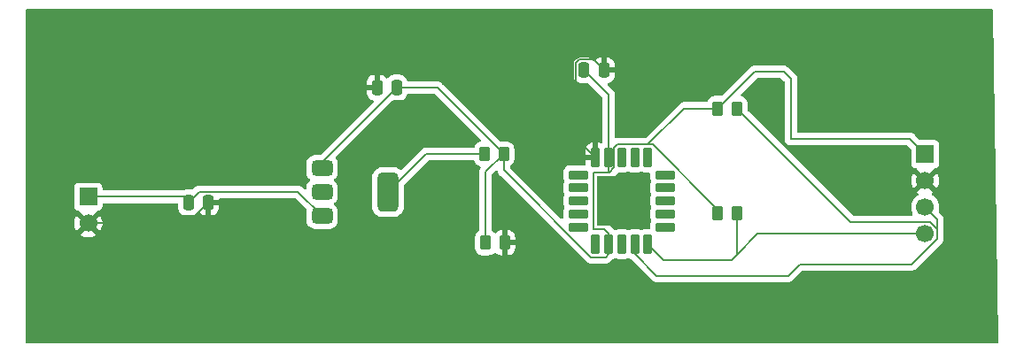
<source format=gbr>
%TF.GenerationSoftware,KiCad,Pcbnew,9.0.6*%
%TF.CreationDate,2026-01-29T23:50:48-08:00*%
%TF.ProjectId,PCB Warm-up,50434220-5761-4726-9d2d-75702e6b6963,rev?*%
%TF.SameCoordinates,Original*%
%TF.FileFunction,Copper,L1,Top*%
%TF.FilePolarity,Positive*%
%FSLAX46Y46*%
G04 Gerber Fmt 4.6, Leading zero omitted, Abs format (unit mm)*
G04 Created by KiCad (PCBNEW 9.0.6) date 2026-01-29 23:50:48*
%MOMM*%
%LPD*%
G01*
G04 APERTURE LIST*
G04 Aperture macros list*
%AMRoundRect*
0 Rectangle with rounded corners*
0 $1 Rounding radius*
0 $2 $3 $4 $5 $6 $7 $8 $9 X,Y pos of 4 corners*
0 Add a 4 corners polygon primitive as box body*
4,1,4,$2,$3,$4,$5,$6,$7,$8,$9,$2,$3,0*
0 Add four circle primitives for the rounded corners*
1,1,$1+$1,$2,$3*
1,1,$1+$1,$4,$5*
1,1,$1+$1,$6,$7*
1,1,$1+$1,$8,$9*
0 Add four rect primitives between the rounded corners*
20,1,$1+$1,$2,$3,$4,$5,0*
20,1,$1+$1,$4,$5,$6,$7,0*
20,1,$1+$1,$6,$7,$8,$9,0*
20,1,$1+$1,$8,$9,$2,$3,0*%
G04 Aperture macros list end*
%TA.AperFunction,SMDPad,CuDef*%
%ADD10RoundRect,0.250000X-0.262500X-0.450000X0.262500X-0.450000X0.262500X0.450000X-0.262500X0.450000X0*%
%TD*%
%TA.AperFunction,SMDPad,CuDef*%
%ADD11RoundRect,0.375000X-0.625000X-0.375000X0.625000X-0.375000X0.625000X0.375000X-0.625000X0.375000X0*%
%TD*%
%TA.AperFunction,SMDPad,CuDef*%
%ADD12RoundRect,0.500000X-0.500000X-1.400000X0.500000X-1.400000X0.500000X1.400000X-0.500000X1.400000X0*%
%TD*%
%TA.AperFunction,SMDPad,CuDef*%
%ADD13RoundRect,0.212500X-0.737500X-0.212500X0.737500X-0.212500X0.737500X0.212500X-0.737500X0.212500X0*%
%TD*%
%TA.AperFunction,SMDPad,CuDef*%
%ADD14RoundRect,0.212500X-0.212500X-0.737500X0.212500X-0.737500X0.212500X0.737500X-0.212500X0.737500X0*%
%TD*%
%TA.AperFunction,HeatsinkPad*%
%ADD15R,4.800000X4.800000*%
%TD*%
%TA.AperFunction,ComponentPad*%
%ADD16R,1.700000X1.700000*%
%TD*%
%TA.AperFunction,ComponentPad*%
%ADD17C,1.700000*%
%TD*%
%TA.AperFunction,SMDPad,CuDef*%
%ADD18RoundRect,0.250000X-0.250000X-0.475000X0.250000X-0.475000X0.250000X0.475000X-0.250000X0.475000X0*%
%TD*%
%TA.AperFunction,Conductor*%
%ADD19C,0.200000*%
%TD*%
G04 APERTURE END LIST*
D10*
%TO.P,R4,1*%
%TO.N,+3.3V*%
X161675000Y-103500000D03*
%TO.P,R4,2*%
%TO.N,Net-(J2-Pin_3)*%
X163500000Y-103500000D03*
%TD*%
%TO.P,R3,1*%
%TO.N,+3.3V*%
X161675000Y-113500000D03*
%TO.P,R3,2*%
%TO.N,Net-(J2-Pin_4)*%
X163500000Y-113500000D03*
%TD*%
%TO.P,R2,1*%
%TO.N,+3.3V*%
X139475000Y-116350000D03*
%TO.P,R2,2*%
%TO.N,GND*%
X141300000Y-116350000D03*
%TD*%
%TO.P,R1,1*%
%TO.N,Net-(U1-VO)*%
X139387500Y-107850000D03*
%TO.P,R1,2*%
%TO.N,+3.3V*%
X141212500Y-107850000D03*
%TD*%
D11*
%TO.P,U1,1,ADJ*%
%TO.N,+3.3V*%
X123850000Y-109200000D03*
%TO.P,U1,2,VO*%
%TO.N,Net-(U1-VO)*%
X123850000Y-111500000D03*
D12*
X130150000Y-111500000D03*
D11*
%TO.P,U1,3,VI*%
%TO.N,Net-(J1-Pin_1)*%
X123850000Y-113800000D03*
%TD*%
D13*
%TO.P,U2,1*%
%TO.N,N/C*%
X148350000Y-109850000D03*
%TO.P,U2,2*%
X148350000Y-111100000D03*
%TO.P,U2,3*%
X148350000Y-112350000D03*
%TO.P,U2,4*%
X148350000Y-113600000D03*
%TO.P,U2,5*%
X148350000Y-114850000D03*
D14*
%TO.P,U2,6,GND*%
%TO.N,GND*%
X150000000Y-116500000D03*
%TO.P,U2,7,VDD*%
%TO.N,+3.3V*%
X151250000Y-116500000D03*
%TO.P,U2,8*%
%TO.N,N/C*%
X152500000Y-116500000D03*
%TO.P,U2,9,SCL*%
%TO.N,Net-(J2-Pin_3)*%
X153750000Y-116500000D03*
%TO.P,U2,10,SDA*%
%TO.N,Net-(J2-Pin_4)*%
X155000000Y-116500000D03*
D13*
%TO.P,U2,11*%
%TO.N,N/C*%
X156650000Y-114850000D03*
%TO.P,U2,12*%
X156650000Y-113600000D03*
%TO.P,U2,13*%
X156650000Y-112350000D03*
%TO.P,U2,14*%
X156650000Y-111100000D03*
%TO.P,U2,15*%
X156650000Y-109850000D03*
D14*
%TO.P,U2,16*%
X155000000Y-108200000D03*
%TO.P,U2,17*%
X153750000Y-108200000D03*
%TO.P,U2,18*%
X152500000Y-108200000D03*
%TO.P,U2,19,VDD*%
%TO.N,+3.3V*%
X151250000Y-108200000D03*
%TO.P,U2,20,GND*%
%TO.N,GND*%
X150000000Y-108200000D03*
D15*
%TO.P,U2,21,GND*%
X152500000Y-112350000D03*
%TD*%
D16*
%TO.P,J2,1,Pin_1*%
%TO.N,+3.3V*%
X181500000Y-107880000D03*
D17*
%TO.P,J2,2,Pin_2*%
%TO.N,GND*%
X181500000Y-110420000D03*
%TO.P,J2,3,Pin_3*%
%TO.N,Net-(J2-Pin_3)*%
X181500000Y-112960000D03*
%TO.P,J2,4,Pin_4*%
%TO.N,Net-(J2-Pin_4)*%
X181500000Y-115500000D03*
%TD*%
D16*
%TO.P,J1,1,Pin_1*%
%TO.N,Net-(J1-Pin_1)*%
X101500000Y-111960000D03*
D17*
%TO.P,J1,2,Pin_2*%
%TO.N,GND*%
X101500000Y-114500000D03*
%TD*%
D18*
%TO.P,C3,1*%
%TO.N,+3.3V*%
X148900000Y-99850000D03*
%TO.P,C3,2*%
%TO.N,GND*%
X150800000Y-99850000D03*
%TD*%
%TO.P,C2,1*%
%TO.N,GND*%
X129100000Y-101500000D03*
%TO.P,C2,2*%
%TO.N,+3.3V*%
X131000000Y-101500000D03*
%TD*%
%TO.P,C1,1*%
%TO.N,Net-(J1-Pin_1)*%
X111100000Y-112500000D03*
%TO.P,C1,2*%
%TO.N,GND*%
X113000000Y-112500000D03*
%TD*%
D19*
%TO.N,Net-(J2-Pin_3)*%
X182651000Y-115976760D02*
X180207760Y-118420000D01*
X182651000Y-115023240D02*
X182651000Y-115976760D01*
X181976760Y-114349000D02*
X182651000Y-115023240D01*
X174349000Y-114349000D02*
X181976760Y-114349000D01*
X163500000Y-103500000D02*
X174349000Y-114349000D01*
%TO.N,Net-(J2-Pin_4)*%
X165500000Y-115500000D02*
X163500000Y-117500000D01*
X181500000Y-115500000D02*
X165500000Y-115500000D01*
%TO.N,+3.3V*%
X158449000Y-103500000D02*
X155000000Y-106949000D01*
X161675000Y-103500000D02*
X158449000Y-103500000D01*
X155431086Y-106949000D02*
X155000000Y-106949000D01*
X151250000Y-115452000D02*
X151250000Y-116500000D01*
X150849000Y-115051000D02*
X151250000Y-115452000D01*
X149799000Y-115051000D02*
X150849000Y-115051000D01*
X149799000Y-109649000D02*
X149799000Y-115051000D01*
X151281086Y-109649000D02*
X149799000Y-109649000D01*
X151774000Y-109156086D02*
X151281086Y-109649000D01*
X151774000Y-107243914D02*
X151774000Y-109156086D01*
X152068914Y-106949000D02*
X151774000Y-107243914D01*
X155000000Y-106949000D02*
X152068914Y-106949000D01*
X161675000Y-113192914D02*
X155431086Y-106949000D01*
X161675000Y-113500000D02*
X161675000Y-113192914D01*
%TO.N,Net-(J2-Pin_4)*%
X163000000Y-118000000D02*
X156500000Y-118000000D01*
X163500000Y-117500000D02*
X163000000Y-118000000D01*
X156500000Y-118000000D02*
X155000000Y-116500000D01*
X163500000Y-113500000D02*
X163500000Y-117500000D01*
%TO.N,Net-(J2-Pin_3)*%
X168420000Y-119500000D02*
X155800001Y-119500000D01*
%TO.N,+3.3V*%
X168000000Y-100000000D02*
X168676000Y-100676000D01*
X168676000Y-100676000D02*
X168676000Y-106419000D01*
X165175000Y-100000000D02*
X168000000Y-100000000D01*
X161675000Y-103500000D02*
X165175000Y-100000000D01*
X161204000Y-113029000D02*
X161675000Y-113500000D01*
X151250000Y-117449999D02*
X151250000Y-116500000D01*
X150948999Y-117751000D02*
X151250000Y-117449999D01*
X149568914Y-117751000D02*
X150948999Y-117751000D01*
X141212500Y-109394586D02*
X149568914Y-117751000D01*
X141212500Y-107850000D02*
X141212500Y-109394586D01*
%TO.N,GND*%
X149774000Y-98824000D02*
X150800000Y-99850000D01*
X148414840Y-98824000D02*
X149774000Y-98824000D01*
X148099000Y-106299000D02*
X148099000Y-99139840D01*
X148099000Y-99139840D02*
X148414840Y-98824000D01*
X150000000Y-108200000D02*
X148099000Y-106299000D01*
%TO.N,Net-(J1-Pin_1)*%
X121524000Y-111474000D02*
X123850000Y-113800000D01*
X112126000Y-111474000D02*
X121524000Y-111474000D01*
X111100000Y-112500000D02*
X112126000Y-111474000D01*
%TO.N,Net-(J2-Pin_3)*%
X182651000Y-114111000D02*
X181500000Y-112960000D01*
X169500000Y-118420000D02*
X180207760Y-118420000D01*
X182651000Y-115976760D02*
X182651000Y-114111000D01*
X155800001Y-119500000D02*
X153750000Y-117449999D01*
%TO.N,+3.3V*%
X150233086Y-109649000D02*
X151250000Y-109649000D01*
X149799000Y-109649000D02*
X150233086Y-109649000D01*
X151250000Y-109649000D02*
X151250000Y-108200000D01*
X151250000Y-102200000D02*
X151250000Y-108200000D01*
X148900000Y-99850000D02*
X151250000Y-102200000D01*
X139475000Y-109587500D02*
X141212500Y-107850000D01*
X139475000Y-116350000D02*
X139475000Y-109587500D01*
%TO.N,Net-(U1-VO)*%
X130150000Y-111500000D02*
X133800000Y-107850000D01*
X133800000Y-107850000D02*
X139387500Y-107850000D01*
%TO.N,+3.3V*%
X134862500Y-101500000D02*
X141212500Y-107850000D01*
X131000000Y-101500000D02*
X134862500Y-101500000D01*
X123850000Y-108650000D02*
X131000000Y-101500000D01*
X123850000Y-109200000D02*
X123850000Y-108650000D01*
%TO.N,GND*%
X111000000Y-114500000D02*
X113000000Y-112500000D01*
X101500000Y-114500000D02*
X111000000Y-114500000D01*
%TO.N,Net-(J1-Pin_1)*%
X110560000Y-111960000D02*
X111100000Y-112500000D01*
X101500000Y-111960000D02*
X110560000Y-111960000D01*
%TO.N,+3.3V*%
X151250000Y-108200000D02*
X151250000Y-107767914D01*
%TO.N,Net-(J2-Pin_3)*%
X168420000Y-119500000D02*
X169500000Y-118420000D01*
%TO.N,+3.3V*%
X180039000Y-106419000D02*
X181500000Y-107880000D01*
X168676000Y-106419000D02*
X180039000Y-106419000D01*
%TO.N,Net-(J2-Pin_3)*%
X153750000Y-117449999D02*
X153750000Y-116500000D01*
%TD*%
%TA.AperFunction,Conductor*%
%TO.N,GND*%
G36*
X154440099Y-109560943D02*
G01*
X154484117Y-109588095D01*
X154484120Y-109588096D01*
X154484122Y-109588097D01*
X154642337Y-109640524D01*
X154739987Y-109650500D01*
X155075500Y-109650499D01*
X155142539Y-109670183D01*
X155188294Y-109722987D01*
X155199500Y-109774499D01*
X155199500Y-110110004D01*
X155199501Y-110110023D01*
X155209475Y-110207662D01*
X155209476Y-110207665D01*
X155261902Y-110365875D01*
X155261906Y-110365884D01*
X155289058Y-110409904D01*
X155307498Y-110477296D01*
X155289058Y-110540096D01*
X155261906Y-110584115D01*
X155261902Y-110584124D01*
X155209476Y-110742335D01*
X155199500Y-110839979D01*
X155199500Y-111360005D01*
X155199501Y-111360023D01*
X155209475Y-111457662D01*
X155209476Y-111457665D01*
X155261902Y-111615875D01*
X155261906Y-111615884D01*
X155289058Y-111659904D01*
X155307498Y-111727296D01*
X155289058Y-111790096D01*
X155261906Y-111834115D01*
X155261902Y-111834124D01*
X155209476Y-111992335D01*
X155199500Y-112089979D01*
X155199500Y-112610005D01*
X155199501Y-112610023D01*
X155209475Y-112707662D01*
X155209476Y-112707665D01*
X155261902Y-112865875D01*
X155261906Y-112865884D01*
X155289058Y-112909904D01*
X155307498Y-112977296D01*
X155289058Y-113040096D01*
X155261906Y-113084115D01*
X155261902Y-113084124D01*
X155209476Y-113242335D01*
X155199500Y-113339979D01*
X155199500Y-113860005D01*
X155199501Y-113860023D01*
X155209475Y-113957662D01*
X155209476Y-113957665D01*
X155261902Y-114115875D01*
X155261906Y-114115884D01*
X155289058Y-114159904D01*
X155307498Y-114227296D01*
X155289058Y-114290096D01*
X155261906Y-114334115D01*
X155261902Y-114334124D01*
X155209476Y-114492335D01*
X155199500Y-114589979D01*
X155199500Y-114925500D01*
X155179815Y-114992539D01*
X155127011Y-115038294D01*
X155075500Y-115049500D01*
X154739995Y-115049500D01*
X154739976Y-115049501D01*
X154642337Y-115059475D01*
X154642334Y-115059476D01*
X154484124Y-115111902D01*
X154484115Y-115111906D01*
X154440096Y-115139058D01*
X154372704Y-115157498D01*
X154309904Y-115139058D01*
X154265884Y-115111906D01*
X154265879Y-115111904D01*
X154265878Y-115111903D01*
X154265875Y-115111902D01*
X154107664Y-115059476D01*
X154010014Y-115049500D01*
X153489994Y-115049500D01*
X153489976Y-115049501D01*
X153392337Y-115059475D01*
X153392334Y-115059476D01*
X153234124Y-115111902D01*
X153234115Y-115111906D01*
X153190096Y-115139058D01*
X153122704Y-115157498D01*
X153059904Y-115139058D01*
X153015884Y-115111906D01*
X153015879Y-115111904D01*
X153015878Y-115111903D01*
X153015875Y-115111902D01*
X152857664Y-115059476D01*
X152760014Y-115049500D01*
X152239994Y-115049500D01*
X152239976Y-115049501D01*
X152142337Y-115059475D01*
X152142334Y-115059476D01*
X151984124Y-115111902D01*
X151984115Y-115111906D01*
X151940096Y-115139058D01*
X151925074Y-115143168D01*
X151912131Y-115151829D01*
X151892064Y-115152200D01*
X151872704Y-115157498D01*
X151856879Y-115152851D01*
X151842274Y-115153122D01*
X151809903Y-115139058D01*
X151797299Y-115131284D01*
X151765878Y-115111903D01*
X151765877Y-115111902D01*
X151759842Y-115108180D01*
X151737389Y-115087908D01*
X151736267Y-115089031D01*
X151217717Y-114570481D01*
X151217712Y-114570477D01*
X151122529Y-114515524D01*
X151122528Y-114515523D01*
X151080790Y-114491425D01*
X151080789Y-114491424D01*
X151068263Y-114488067D01*
X150928057Y-114450499D01*
X150769943Y-114450499D01*
X150762347Y-114450499D01*
X150762331Y-114450500D01*
X150523500Y-114450500D01*
X150456461Y-114430815D01*
X150410706Y-114378011D01*
X150399500Y-114326500D01*
X150399500Y-110373500D01*
X150419185Y-110306461D01*
X150471989Y-110260706D01*
X150523500Y-110249500D01*
X151170943Y-110249500D01*
X151194417Y-110249500D01*
X151194433Y-110249501D01*
X151202029Y-110249501D01*
X151360140Y-110249501D01*
X151360143Y-110249501D01*
X151512871Y-110208577D01*
X151571892Y-110174501D01*
X151649802Y-110129520D01*
X151761606Y-110017716D01*
X151761607Y-110017714D01*
X152097461Y-109681859D01*
X152158782Y-109648376D01*
X152197741Y-109646184D01*
X152239987Y-109650500D01*
X152760012Y-109650499D01*
X152760020Y-109650498D01*
X152760023Y-109650498D01*
X152813489Y-109645036D01*
X152857663Y-109640524D01*
X153015878Y-109588097D01*
X153015880Y-109588095D01*
X153015882Y-109588095D01*
X153059901Y-109560943D01*
X153127293Y-109542501D01*
X153190099Y-109560943D01*
X153234117Y-109588095D01*
X153234120Y-109588096D01*
X153234122Y-109588097D01*
X153392337Y-109640524D01*
X153489987Y-109650500D01*
X154010012Y-109650499D01*
X154010020Y-109650498D01*
X154010023Y-109650498D01*
X154063489Y-109645036D01*
X154107663Y-109640524D01*
X154265878Y-109588097D01*
X154265880Y-109588095D01*
X154265882Y-109588095D01*
X154309901Y-109560943D01*
X154377293Y-109542501D01*
X154440099Y-109560943D01*
G37*
%TD.AperFunction*%
%TA.AperFunction,Conductor*%
G36*
X167766942Y-100620185D02*
G01*
X167787584Y-100636819D01*
X168039181Y-100888416D01*
X168072666Y-100949739D01*
X168075500Y-100976097D01*
X168075500Y-106339943D01*
X168075500Y-106498057D01*
X168110805Y-106629815D01*
X168116423Y-106650783D01*
X168116426Y-106650790D01*
X168195475Y-106787709D01*
X168195479Y-106787714D01*
X168195480Y-106787716D01*
X168307284Y-106899520D01*
X168307286Y-106899521D01*
X168307290Y-106899524D01*
X168362405Y-106931344D01*
X168444216Y-106978577D01*
X168596943Y-107019500D01*
X179738903Y-107019500D01*
X179805942Y-107039185D01*
X179826584Y-107055819D01*
X180113181Y-107342416D01*
X180146666Y-107403739D01*
X180149500Y-107430097D01*
X180149500Y-108777870D01*
X180149501Y-108777876D01*
X180155908Y-108837483D01*
X180206202Y-108972328D01*
X180206206Y-108972335D01*
X180292452Y-109087544D01*
X180292455Y-109087547D01*
X180407664Y-109173793D01*
X180407671Y-109173797D01*
X180430121Y-109182170D01*
X180542517Y-109224091D01*
X180602127Y-109230500D01*
X180612685Y-109230499D01*
X180679723Y-109250179D01*
X180700372Y-109266818D01*
X181370591Y-109937037D01*
X181307007Y-109954075D01*
X181192993Y-110019901D01*
X181099901Y-110112993D01*
X181034075Y-110227007D01*
X181017037Y-110290591D01*
X180384728Y-109658282D01*
X180384727Y-109658282D01*
X180345380Y-109712439D01*
X180248904Y-109901782D01*
X180183242Y-110103869D01*
X180183242Y-110103872D01*
X180150000Y-110313753D01*
X180150000Y-110526246D01*
X180183242Y-110736127D01*
X180183242Y-110736130D01*
X180248904Y-110938217D01*
X180345375Y-111127550D01*
X180384728Y-111181716D01*
X181017037Y-110549408D01*
X181034075Y-110612993D01*
X181099901Y-110727007D01*
X181192993Y-110820099D01*
X181307007Y-110885925D01*
X181370590Y-110902962D01*
X180738282Y-111535269D01*
X180738282Y-111535270D01*
X180792452Y-111574626D01*
X180792451Y-111574626D01*
X180801495Y-111579234D01*
X180852292Y-111627208D01*
X180869087Y-111695029D01*
X180846550Y-111761164D01*
X180801499Y-111800202D01*
X180792182Y-111804949D01*
X180620213Y-111929890D01*
X180469890Y-112080213D01*
X180344951Y-112252179D01*
X180248444Y-112441585D01*
X180182753Y-112643760D01*
X180149500Y-112853713D01*
X180149500Y-113066286D01*
X180182753Y-113276239D01*
X180182753Y-113276241D01*
X180182754Y-113276243D01*
X180248443Y-113478412D01*
X180293741Y-113567315D01*
X180294195Y-113568205D01*
X180307091Y-113636874D01*
X180280815Y-113701615D01*
X180223709Y-113741872D01*
X180183710Y-113748500D01*
X174649097Y-113748500D01*
X174582058Y-113728815D01*
X174561416Y-113712181D01*
X164549318Y-103700083D01*
X164515833Y-103638760D01*
X164512999Y-103612402D01*
X164512999Y-102999998D01*
X164512998Y-102999981D01*
X164502499Y-102897203D01*
X164502498Y-102897200D01*
X164457066Y-102760097D01*
X164447314Y-102730666D01*
X164355212Y-102581344D01*
X164231156Y-102457288D01*
X164081834Y-102365186D01*
X163955105Y-102323192D01*
X163897660Y-102283419D01*
X163870837Y-102218903D01*
X163883152Y-102150127D01*
X163906425Y-102117808D01*
X165387416Y-100636819D01*
X165448739Y-100603334D01*
X165475097Y-100600500D01*
X167699903Y-100600500D01*
X167766942Y-100620185D01*
G37*
%TD.AperFunction*%
%TA.AperFunction,Conductor*%
G36*
X187944961Y-94019685D02*
G01*
X187990716Y-94072489D01*
X188001907Y-94122063D01*
X188498032Y-125874063D01*
X188479397Y-125941402D01*
X188427314Y-125987976D01*
X188374047Y-126000000D01*
X95624000Y-126000000D01*
X95556961Y-125980315D01*
X95511206Y-125927511D01*
X95500000Y-125876000D01*
X95500000Y-111062135D01*
X100149500Y-111062135D01*
X100149500Y-112857870D01*
X100149501Y-112857876D01*
X100155908Y-112917483D01*
X100206202Y-113052328D01*
X100206206Y-113052335D01*
X100292452Y-113167544D01*
X100292455Y-113167547D01*
X100407664Y-113253793D01*
X100407671Y-113253797D01*
X100447135Y-113268516D01*
X100542517Y-113304091D01*
X100602127Y-113310500D01*
X100612685Y-113310499D01*
X100679723Y-113330179D01*
X100700372Y-113346818D01*
X101370591Y-114017037D01*
X101307007Y-114034075D01*
X101192993Y-114099901D01*
X101099901Y-114192993D01*
X101034075Y-114307007D01*
X101017037Y-114370591D01*
X100384728Y-113738282D01*
X100384727Y-113738282D01*
X100345380Y-113792439D01*
X100248904Y-113981782D01*
X100183242Y-114183869D01*
X100183242Y-114183872D01*
X100150000Y-114393753D01*
X100150000Y-114606246D01*
X100183242Y-114816127D01*
X100183242Y-114816130D01*
X100248904Y-115018217D01*
X100345375Y-115207550D01*
X100384728Y-115261716D01*
X101017037Y-114629408D01*
X101034075Y-114692993D01*
X101099901Y-114807007D01*
X101192993Y-114900099D01*
X101307007Y-114965925D01*
X101370590Y-114982962D01*
X100738282Y-115615269D01*
X100738282Y-115615270D01*
X100792449Y-115654624D01*
X100981782Y-115751095D01*
X101183870Y-115816757D01*
X101393754Y-115850000D01*
X101606246Y-115850000D01*
X101816127Y-115816757D01*
X101816130Y-115816757D01*
X102018217Y-115751095D01*
X102207554Y-115654622D01*
X102261716Y-115615270D01*
X102261717Y-115615270D01*
X101629408Y-114982962D01*
X101692993Y-114965925D01*
X101807007Y-114900099D01*
X101900099Y-114807007D01*
X101965925Y-114692993D01*
X101982962Y-114629408D01*
X102615270Y-115261717D01*
X102615270Y-115261716D01*
X102654622Y-115207554D01*
X102751095Y-115018217D01*
X102816757Y-114816130D01*
X102816757Y-114816127D01*
X102850000Y-114606246D01*
X102850000Y-114393753D01*
X102816757Y-114183872D01*
X102816757Y-114183869D01*
X102751095Y-113981782D01*
X102654624Y-113792449D01*
X102615270Y-113738282D01*
X102615269Y-113738282D01*
X101982962Y-114370590D01*
X101965925Y-114307007D01*
X101900099Y-114192993D01*
X101807007Y-114099901D01*
X101692993Y-114034075D01*
X101629409Y-114017037D01*
X102299627Y-113346818D01*
X102360950Y-113313333D01*
X102387307Y-113310499D01*
X102397872Y-113310499D01*
X102457483Y-113304091D01*
X102592331Y-113253796D01*
X102707546Y-113167546D01*
X102793796Y-113052331D01*
X102844091Y-112917483D01*
X102850500Y-112857873D01*
X102850500Y-112684500D01*
X102870185Y-112617461D01*
X102922989Y-112571706D01*
X102974500Y-112560500D01*
X109975501Y-112560500D01*
X110042540Y-112580185D01*
X110088295Y-112632989D01*
X110099501Y-112684500D01*
X110099501Y-113025018D01*
X110110000Y-113127796D01*
X110110001Y-113127799D01*
X110165185Y-113294331D01*
X110165187Y-113294336D01*
X110183765Y-113324455D01*
X110257288Y-113443656D01*
X110381344Y-113567712D01*
X110530666Y-113659814D01*
X110697203Y-113714999D01*
X110799991Y-113725500D01*
X111400008Y-113725499D01*
X111400016Y-113725498D01*
X111400019Y-113725498D01*
X111456302Y-113719748D01*
X111502797Y-113714999D01*
X111669334Y-113659814D01*
X111818656Y-113567712D01*
X111942712Y-113443656D01*
X111944752Y-113440347D01*
X111946745Y-113438555D01*
X111947193Y-113437989D01*
X111947289Y-113438065D01*
X111996694Y-113393623D01*
X112065656Y-113382395D01*
X112129740Y-113410234D01*
X112155829Y-113440339D01*
X112157681Y-113443341D01*
X112157683Y-113443344D01*
X112281654Y-113567315D01*
X112430875Y-113659356D01*
X112430880Y-113659358D01*
X112597302Y-113714505D01*
X112597309Y-113714506D01*
X112700019Y-113724999D01*
X113250000Y-113724999D01*
X113299972Y-113724999D01*
X113299986Y-113724998D01*
X113402697Y-113714505D01*
X113569119Y-113659358D01*
X113569124Y-113659356D01*
X113718345Y-113567315D01*
X113842315Y-113443345D01*
X113934356Y-113294124D01*
X113934358Y-113294119D01*
X113989505Y-113127697D01*
X113989506Y-113127690D01*
X113999999Y-113024986D01*
X114000000Y-113024973D01*
X114000000Y-112750000D01*
X113250000Y-112750000D01*
X113250000Y-113724999D01*
X112700019Y-113724999D01*
X112749999Y-113724998D01*
X112750000Y-113724998D01*
X112750000Y-112624000D01*
X112769685Y-112556961D01*
X112822489Y-112511206D01*
X112874000Y-112500000D01*
X113000000Y-112500000D01*
X113000000Y-112374000D01*
X113019685Y-112306961D01*
X113072489Y-112261206D01*
X113124000Y-112250000D01*
X113999999Y-112250000D01*
X113999999Y-112198500D01*
X114019684Y-112131461D01*
X114072488Y-112085706D01*
X114123999Y-112074500D01*
X121223903Y-112074500D01*
X121290942Y-112094185D01*
X121311584Y-112110819D01*
X122333591Y-113132827D01*
X122367076Y-113194150D01*
X122366245Y-113250431D01*
X122352401Y-113306100D01*
X122352401Y-113306105D01*
X122352400Y-113306111D01*
X122349640Y-113346818D01*
X122349500Y-113348879D01*
X122349500Y-114251122D01*
X122349501Y-114251125D01*
X122352399Y-114293886D01*
X122352399Y-114293887D01*
X122362406Y-114334124D01*
X122391347Y-114450499D01*
X122398360Y-114478696D01*
X122482967Y-114649292D01*
X122482969Y-114649295D01*
X122602277Y-114797721D01*
X122602278Y-114797722D01*
X122750704Y-114917030D01*
X122750707Y-114917032D01*
X122921302Y-115001639D01*
X122921303Y-115001639D01*
X122921307Y-115001641D01*
X123106111Y-115047600D01*
X123148877Y-115050500D01*
X124551122Y-115050499D01*
X124593889Y-115047600D01*
X124778693Y-115001641D01*
X124949296Y-114917030D01*
X125097722Y-114797722D01*
X125217030Y-114649296D01*
X125301641Y-114478693D01*
X125347600Y-114293889D01*
X125350500Y-114251123D01*
X125350499Y-113348878D01*
X125347600Y-113306111D01*
X125301641Y-113121307D01*
X125261364Y-113040096D01*
X125217032Y-112950707D01*
X125217030Y-112950704D01*
X125097722Y-112802278D01*
X125097721Y-112802277D01*
X125028514Y-112746647D01*
X124988595Y-112689304D01*
X124986015Y-112619482D01*
X125021594Y-112559349D01*
X125028514Y-112553353D01*
X125037909Y-112545800D01*
X125097722Y-112497722D01*
X125217030Y-112349296D01*
X125301641Y-112178693D01*
X125347600Y-111993889D01*
X125350500Y-111951123D01*
X125350499Y-111048878D01*
X125347600Y-111006111D01*
X125301641Y-110821307D01*
X125254873Y-110727007D01*
X125217032Y-110650707D01*
X125217030Y-110650704D01*
X125097722Y-110502278D01*
X125097721Y-110502277D01*
X125028514Y-110446647D01*
X124988595Y-110389304D01*
X124986015Y-110319482D01*
X125021594Y-110259349D01*
X125028514Y-110253353D01*
X125037909Y-110245800D01*
X125097722Y-110197722D01*
X125217030Y-110049296D01*
X125301641Y-109878693D01*
X125347600Y-109693889D01*
X125350500Y-109651123D01*
X125350499Y-108748878D01*
X125347600Y-108706111D01*
X125301641Y-108521307D01*
X125217030Y-108350704D01*
X125217029Y-108350703D01*
X125217029Y-108350702D01*
X125189357Y-108316277D01*
X125162699Y-108251693D01*
X125175190Y-108182949D01*
X125198321Y-108150912D01*
X130589138Y-102760095D01*
X130650459Y-102726612D01*
X130689421Y-102724420D01*
X130699991Y-102725500D01*
X131300008Y-102725499D01*
X131300016Y-102725498D01*
X131300019Y-102725498D01*
X131356302Y-102719748D01*
X131402797Y-102714999D01*
X131569334Y-102659814D01*
X131718656Y-102567712D01*
X131842712Y-102443656D01*
X131934814Y-102294334D01*
X131970879Y-102185494D01*
X132010652Y-102128051D01*
X132075167Y-102101228D01*
X132088585Y-102100500D01*
X134562403Y-102100500D01*
X134629442Y-102120185D01*
X134650084Y-102136819D01*
X138981070Y-106467805D01*
X139014555Y-106529128D01*
X139009571Y-106598820D01*
X138967699Y-106654753D01*
X138932394Y-106673192D01*
X138805666Y-106715186D01*
X138805663Y-106715187D01*
X138656342Y-106807289D01*
X138532289Y-106931342D01*
X138440187Y-107080663D01*
X138440185Y-107080668D01*
X138412405Y-107164504D01*
X138372632Y-107221949D01*
X138308116Y-107248772D01*
X138294699Y-107249500D01*
X133886670Y-107249500D01*
X133886654Y-107249499D01*
X133879058Y-107249499D01*
X133720943Y-107249499D01*
X133644579Y-107269961D01*
X133568214Y-107290423D01*
X133568209Y-107290426D01*
X133431290Y-107369475D01*
X133431282Y-107369481D01*
X131468289Y-109332474D01*
X131406966Y-109365959D01*
X131337274Y-109360975D01*
X131302248Y-109340895D01*
X131203412Y-109260305D01*
X131203408Y-109260303D01*
X131203407Y-109260302D01*
X131023049Y-109166091D01*
X131023048Y-109166090D01*
X131023045Y-109166089D01*
X130894903Y-109129424D01*
X130827418Y-109110114D01*
X130827415Y-109110113D01*
X130827413Y-109110113D01*
X130761102Y-109104217D01*
X130708037Y-109099500D01*
X130708032Y-109099500D01*
X129591971Y-109099500D01*
X129591965Y-109099500D01*
X129591964Y-109099501D01*
X129580316Y-109100536D01*
X129472584Y-109110113D01*
X129276954Y-109166089D01*
X129197264Y-109207716D01*
X129096593Y-109260302D01*
X129096591Y-109260303D01*
X129096590Y-109260304D01*
X128938890Y-109388890D01*
X128812464Y-109543941D01*
X128810302Y-109546593D01*
X128763196Y-109636772D01*
X128716089Y-109726954D01*
X128660114Y-109922583D01*
X128660113Y-109922586D01*
X128649500Y-110041966D01*
X128649500Y-112958028D01*
X128649501Y-112958034D01*
X128660113Y-113077415D01*
X128716089Y-113273045D01*
X128716090Y-113273048D01*
X128716091Y-113273049D01*
X128810302Y-113453407D01*
X128810304Y-113453409D01*
X128938890Y-113611109D01*
X129032803Y-113687684D01*
X129096593Y-113739698D01*
X129276951Y-113833909D01*
X129472582Y-113889886D01*
X129591963Y-113900500D01*
X130708036Y-113900499D01*
X130827418Y-113889886D01*
X131023049Y-113833909D01*
X131203407Y-113739698D01*
X131361109Y-113611109D01*
X131489698Y-113453407D01*
X131583909Y-113273049D01*
X131639886Y-113077418D01*
X131650500Y-112958037D01*
X131650499Y-110900096D01*
X131670184Y-110833058D01*
X131686813Y-110812421D01*
X134012417Y-108486819D01*
X134073740Y-108453334D01*
X134100098Y-108450500D01*
X138294699Y-108450500D01*
X138361738Y-108470185D01*
X138407493Y-108522989D01*
X138412403Y-108535492D01*
X138440186Y-108619334D01*
X138532288Y-108768656D01*
X138656344Y-108892712D01*
X138805666Y-108984814D01*
X138933815Y-109027278D01*
X138951833Y-109039753D01*
X138972127Y-109048039D01*
X138979996Y-109059251D01*
X138991259Y-109067049D01*
X138999673Y-109087288D01*
X139012265Y-109105229D01*
X139012823Y-109118916D01*
X139018082Y-109131565D01*
X139014218Y-109153139D01*
X139015112Y-109175041D01*
X139007456Y-109190903D01*
X139005767Y-109200341D01*
X139001770Y-109207716D01*
X138996411Y-109216852D01*
X138994480Y-109218784D01*
X138944360Y-109305595D01*
X138944202Y-109305866D01*
X138944149Y-109305959D01*
X138915425Y-109355709D01*
X138915424Y-109355710D01*
X138906533Y-109388891D01*
X138874499Y-109508443D01*
X138874499Y-109508445D01*
X138874499Y-109676546D01*
X138874500Y-109676559D01*
X138874500Y-115157491D01*
X138854815Y-115224530D01*
X138815598Y-115263029D01*
X138743844Y-115307287D01*
X138619789Y-115431342D01*
X138527687Y-115580663D01*
X138527685Y-115580668D01*
X138504214Y-115651500D01*
X138472501Y-115747203D01*
X138472501Y-115747204D01*
X138472500Y-115747204D01*
X138462000Y-115849983D01*
X138462000Y-116850001D01*
X138462001Y-116850019D01*
X138472500Y-116952796D01*
X138472501Y-116952799D01*
X138527615Y-117119119D01*
X138527686Y-117119334D01*
X138619788Y-117268656D01*
X138743844Y-117392712D01*
X138893166Y-117484814D01*
X139059703Y-117539999D01*
X139162491Y-117550500D01*
X139787508Y-117550499D01*
X139787516Y-117550498D01*
X139787519Y-117550498D01*
X139843802Y-117544748D01*
X139890297Y-117539999D01*
X140056834Y-117484814D01*
X140206156Y-117392712D01*
X140300175Y-117298692D01*
X140361494Y-117265210D01*
X140431186Y-117270194D01*
X140475534Y-117298695D01*
X140569154Y-117392315D01*
X140718375Y-117484356D01*
X140718380Y-117484358D01*
X140884802Y-117539505D01*
X140884809Y-117539506D01*
X140987519Y-117549999D01*
X141550000Y-117549999D01*
X141612472Y-117549999D01*
X141612486Y-117549998D01*
X141715197Y-117539505D01*
X141881619Y-117484358D01*
X141881624Y-117484356D01*
X142030845Y-117392315D01*
X142154815Y-117268345D01*
X142246856Y-117119124D01*
X142246858Y-117119119D01*
X142302005Y-116952697D01*
X142302006Y-116952690D01*
X142312499Y-116849986D01*
X142312500Y-116849973D01*
X142312500Y-116600000D01*
X141550000Y-116600000D01*
X141550000Y-117549999D01*
X140987519Y-117549999D01*
X141049999Y-117549998D01*
X141050000Y-117549998D01*
X141050000Y-116100000D01*
X141550000Y-116100000D01*
X142312499Y-116100000D01*
X142312499Y-115850028D01*
X142312498Y-115850013D01*
X142302005Y-115747302D01*
X142246858Y-115580880D01*
X142246856Y-115580875D01*
X142154815Y-115431654D01*
X142030845Y-115307684D01*
X141881624Y-115215643D01*
X141881619Y-115215641D01*
X141715197Y-115160494D01*
X141715190Y-115160493D01*
X141612486Y-115150000D01*
X141550000Y-115150000D01*
X141550000Y-116100000D01*
X141050000Y-116100000D01*
X141050000Y-115150000D01*
X141049999Y-115149999D01*
X140987528Y-115150000D01*
X140987511Y-115150001D01*
X140884802Y-115160494D01*
X140718380Y-115215641D01*
X140718375Y-115215643D01*
X140569157Y-115307682D01*
X140475534Y-115401305D01*
X140472743Y-115402828D01*
X140471085Y-115405538D01*
X140442284Y-115419459D01*
X140414210Y-115434789D01*
X140411041Y-115434562D01*
X140408179Y-115435946D01*
X140376429Y-115432087D01*
X140344519Y-115429805D01*
X140341026Y-115427784D01*
X140338820Y-115427516D01*
X140328690Y-115420646D01*
X140308718Y-115409089D01*
X140304269Y-115405401D01*
X140206156Y-115307288D01*
X140127034Y-115258485D01*
X140120365Y-115252957D01*
X140105483Y-115230877D01*
X140087678Y-115211081D01*
X140085407Y-115201090D01*
X140081315Y-115195018D01*
X140081026Y-115181809D01*
X140075500Y-115157491D01*
X140075500Y-109887597D01*
X140095185Y-109820558D01*
X140111819Y-109799916D01*
X140265551Y-109646184D01*
X140423382Y-109488352D01*
X140484703Y-109454869D01*
X140554394Y-109459853D01*
X140610328Y-109501724D01*
X140630835Y-109543939D01*
X140652923Y-109626371D01*
X140666854Y-109650500D01*
X140731977Y-109763298D01*
X140731981Y-109763303D01*
X140850849Y-109882171D01*
X140850855Y-109882176D01*
X149084053Y-118115374D01*
X149084063Y-118115385D01*
X149088393Y-118119715D01*
X149088394Y-118119716D01*
X149200198Y-118231520D01*
X149287009Y-118281639D01*
X149287011Y-118281641D01*
X149325065Y-118303611D01*
X149337129Y-118310577D01*
X149489857Y-118351501D01*
X149489860Y-118351501D01*
X149655567Y-118351501D01*
X149655583Y-118351500D01*
X150862330Y-118351500D01*
X150862346Y-118351501D01*
X150869942Y-118351501D01*
X151028053Y-118351501D01*
X151028056Y-118351501D01*
X151180784Y-118310577D01*
X151230903Y-118281639D01*
X151317715Y-118231520D01*
X151429519Y-118119716D01*
X151429519Y-118119714D01*
X151588449Y-117960783D01*
X151637122Y-117930761D01*
X151765878Y-117888097D01*
X151809901Y-117860942D01*
X151877292Y-117842501D01*
X151940097Y-117860942D01*
X151984118Y-117888095D01*
X151984119Y-117888095D01*
X151984122Y-117888097D01*
X152142337Y-117940524D01*
X152239987Y-117950500D01*
X152760012Y-117950499D01*
X152760020Y-117950498D01*
X152760023Y-117950498D01*
X152837653Y-117942568D01*
X152857663Y-117940524D01*
X153015878Y-117888097D01*
X153015880Y-117888095D01*
X153015882Y-117888095D01*
X153059901Y-117860943D01*
X153127293Y-117842501D01*
X153172262Y-117851840D01*
X153181546Y-117855667D01*
X153234122Y-117888097D01*
X153367061Y-117932148D01*
X153371133Y-117933827D01*
X153382017Y-117942568D01*
X153411552Y-117960786D01*
X155315140Y-119864374D01*
X155315150Y-119864385D01*
X155319480Y-119868715D01*
X155319481Y-119868716D01*
X155431285Y-119980520D01*
X155518096Y-120030639D01*
X155518098Y-120030641D01*
X155568214Y-120059576D01*
X155568216Y-120059577D01*
X155720943Y-120100500D01*
X155720944Y-120100500D01*
X168333331Y-120100500D01*
X168333347Y-120100501D01*
X168340943Y-120100501D01*
X168499054Y-120100501D01*
X168499057Y-120100501D01*
X168651785Y-120059577D01*
X168701904Y-120030639D01*
X168788716Y-119980520D01*
X168900520Y-119868716D01*
X168900520Y-119868714D01*
X168910728Y-119858507D01*
X168910729Y-119858504D01*
X169712417Y-119056819D01*
X169773740Y-119023334D01*
X169800098Y-119020500D01*
X180121091Y-119020500D01*
X180121107Y-119020501D01*
X180128703Y-119020501D01*
X180286814Y-119020501D01*
X180286817Y-119020501D01*
X180439545Y-118979577D01*
X180507361Y-118940423D01*
X180576476Y-118900520D01*
X180688280Y-118788716D01*
X180688280Y-118788714D01*
X180698484Y-118778511D01*
X180698488Y-118778506D01*
X183019713Y-116457281D01*
X183019716Y-116457280D01*
X183131520Y-116345476D01*
X183181639Y-116258664D01*
X183210577Y-116208545D01*
X183251500Y-116055817D01*
X183251500Y-115897703D01*
X183251500Y-114200060D01*
X183251501Y-114200047D01*
X183251501Y-114031945D01*
X183251501Y-114031943D01*
X183210577Y-113879215D01*
X183210576Y-113879214D01*
X183210576Y-113879212D01*
X183210575Y-113879211D01*
X183164592Y-113799567D01*
X183164591Y-113799565D01*
X183158735Y-113789423D01*
X183131520Y-113742284D01*
X183019716Y-113630480D01*
X183019713Y-113630478D01*
X182833757Y-113444522D01*
X182800272Y-113383199D01*
X182803507Y-113318523D01*
X182817246Y-113276243D01*
X182850500Y-113066287D01*
X182850500Y-112853713D01*
X182817246Y-112643757D01*
X182751557Y-112441588D01*
X182655051Y-112252184D01*
X182655049Y-112252181D01*
X182655048Y-112252179D01*
X182530109Y-112080213D01*
X182379786Y-111929890D01*
X182207817Y-111804949D01*
X182198504Y-111800204D01*
X182147707Y-111752230D01*
X182130912Y-111684409D01*
X182153449Y-111618274D01*
X182198507Y-111579232D01*
X182207555Y-111574622D01*
X182261716Y-111535270D01*
X182261717Y-111535270D01*
X181629408Y-110902962D01*
X181692993Y-110885925D01*
X181807007Y-110820099D01*
X181900099Y-110727007D01*
X181965925Y-110612993D01*
X181982962Y-110549408D01*
X182615270Y-111181717D01*
X182615270Y-111181716D01*
X182654622Y-111127554D01*
X182751095Y-110938217D01*
X182816757Y-110736130D01*
X182816757Y-110736127D01*
X182850000Y-110526246D01*
X182850000Y-110313753D01*
X182816757Y-110103872D01*
X182816757Y-110103869D01*
X182751095Y-109901782D01*
X182654624Y-109712449D01*
X182615270Y-109658282D01*
X182615269Y-109658282D01*
X181982962Y-110290590D01*
X181965925Y-110227007D01*
X181900099Y-110112993D01*
X181807007Y-110019901D01*
X181692993Y-109954075D01*
X181629409Y-109937037D01*
X182299627Y-109266818D01*
X182360950Y-109233333D01*
X182387307Y-109230499D01*
X182397872Y-109230499D01*
X182457483Y-109224091D01*
X182592331Y-109173796D01*
X182707546Y-109087546D01*
X182793796Y-108972331D01*
X182844091Y-108837483D01*
X182850500Y-108777873D01*
X182850499Y-106982128D01*
X182844091Y-106922517D01*
X182835515Y-106899524D01*
X182793797Y-106787671D01*
X182793793Y-106787664D01*
X182707547Y-106672455D01*
X182707544Y-106672452D01*
X182592335Y-106586206D01*
X182592328Y-106586202D01*
X182457482Y-106535908D01*
X182457483Y-106535908D01*
X182397883Y-106529501D01*
X182397881Y-106529500D01*
X182397873Y-106529500D01*
X182397865Y-106529500D01*
X181050097Y-106529500D01*
X180983058Y-106509815D01*
X180962416Y-106493181D01*
X180526590Y-106057355D01*
X180526588Y-106057352D01*
X180407717Y-105938481D01*
X180407716Y-105938480D01*
X180320904Y-105888360D01*
X180320904Y-105888359D01*
X180320900Y-105888358D01*
X180270785Y-105859423D01*
X180118057Y-105818499D01*
X179959943Y-105818499D01*
X179952347Y-105818499D01*
X179952331Y-105818500D01*
X169400500Y-105818500D01*
X169333461Y-105798815D01*
X169287706Y-105746011D01*
X169276500Y-105694500D01*
X169276500Y-100596945D01*
X169276500Y-100596943D01*
X169235577Y-100444216D01*
X169228691Y-100432289D01*
X169156524Y-100307290D01*
X169156521Y-100307286D01*
X169156520Y-100307284D01*
X169044716Y-100195480D01*
X169044715Y-100195479D01*
X169040385Y-100191149D01*
X169040374Y-100191139D01*
X168487590Y-99638355D01*
X168487588Y-99638352D01*
X168368717Y-99519481D01*
X168368716Y-99519480D01*
X168281904Y-99469360D01*
X168281904Y-99469359D01*
X168281900Y-99469358D01*
X168231785Y-99440423D01*
X168079057Y-99399499D01*
X167920943Y-99399499D01*
X167913347Y-99399499D01*
X167913331Y-99399500D01*
X165095940Y-99399500D01*
X165055019Y-99410464D01*
X165055019Y-99410465D01*
X165017751Y-99420451D01*
X164943214Y-99440423D01*
X164943209Y-99440426D01*
X164806290Y-99519475D01*
X164806282Y-99519481D01*
X164694478Y-99631286D01*
X162062582Y-102263181D01*
X162001259Y-102296666D01*
X161974901Y-102299500D01*
X161362498Y-102299500D01*
X161362480Y-102299501D01*
X161259703Y-102310000D01*
X161259700Y-102310001D01*
X161093168Y-102365185D01*
X161093163Y-102365187D01*
X160943842Y-102457289D01*
X160819789Y-102581342D01*
X160727687Y-102730663D01*
X160727685Y-102730668D01*
X160699905Y-102814504D01*
X160660132Y-102871949D01*
X160595616Y-102898772D01*
X160582199Y-102899500D01*
X158535670Y-102899500D01*
X158535654Y-102899499D01*
X158528058Y-102899499D01*
X158369943Y-102899499D01*
X158307873Y-102916131D01*
X158217214Y-102940423D01*
X158217209Y-102940426D01*
X158080290Y-103019475D01*
X158080282Y-103019481D01*
X154787584Y-106312181D01*
X154726261Y-106345666D01*
X154699903Y-106348500D01*
X151981729Y-106348500D01*
X151981729Y-106346996D01*
X151921639Y-106337619D01*
X151869388Y-106291234D01*
X151850500Y-106225451D01*
X151850500Y-102289059D01*
X151850501Y-102289046D01*
X151850501Y-102120945D01*
X151850501Y-102120943D01*
X151809577Y-101968215D01*
X151752131Y-101868716D01*
X151730520Y-101831284D01*
X151618716Y-101719480D01*
X151618713Y-101719478D01*
X151165367Y-101266132D01*
X151131882Y-101204809D01*
X151136866Y-101135117D01*
X151178738Y-101079184D01*
X151214044Y-101060745D01*
X151369119Y-101009358D01*
X151369124Y-101009356D01*
X151518345Y-100917315D01*
X151642315Y-100793345D01*
X151734356Y-100644124D01*
X151734358Y-100644119D01*
X151789505Y-100477697D01*
X151789506Y-100477690D01*
X151799999Y-100374986D01*
X151800000Y-100374973D01*
X151800000Y-100100000D01*
X150924000Y-100100000D01*
X150856961Y-100080315D01*
X150811206Y-100027511D01*
X150800000Y-99976000D01*
X150800000Y-99850000D01*
X150674000Y-99850000D01*
X150606961Y-99830315D01*
X150561206Y-99777511D01*
X150550000Y-99726000D01*
X150550000Y-99600000D01*
X151050000Y-99600000D01*
X151799999Y-99600000D01*
X151799999Y-99325028D01*
X151799998Y-99325013D01*
X151789505Y-99222302D01*
X151734358Y-99055880D01*
X151734356Y-99055875D01*
X151642315Y-98906654D01*
X151518345Y-98782684D01*
X151369124Y-98690643D01*
X151369119Y-98690641D01*
X151202697Y-98635494D01*
X151202690Y-98635493D01*
X151099986Y-98625000D01*
X151050000Y-98625000D01*
X151050000Y-99600000D01*
X150550000Y-99600000D01*
X150550000Y-98625000D01*
X150549999Y-98624999D01*
X150500029Y-98625000D01*
X150500011Y-98625001D01*
X150397302Y-98635494D01*
X150230880Y-98690641D01*
X150230875Y-98690643D01*
X150081654Y-98782684D01*
X149957683Y-98906655D01*
X149957679Y-98906660D01*
X149955826Y-98909665D01*
X149954018Y-98911290D01*
X149953202Y-98912323D01*
X149953025Y-98912183D01*
X149903874Y-98956385D01*
X149834911Y-98967601D01*
X149770831Y-98939752D01*
X149744753Y-98909653D01*
X149744737Y-98909628D01*
X149742712Y-98906344D01*
X149618656Y-98782288D01*
X149469334Y-98690186D01*
X149302797Y-98635001D01*
X149302795Y-98635000D01*
X149200010Y-98624500D01*
X148599998Y-98624500D01*
X148599980Y-98624501D01*
X148497203Y-98635000D01*
X148497200Y-98635001D01*
X148330668Y-98690185D01*
X148330663Y-98690187D01*
X148181342Y-98782289D01*
X148057289Y-98906342D01*
X147965187Y-99055663D01*
X147965185Y-99055668D01*
X147965115Y-99055880D01*
X147910001Y-99222203D01*
X147910001Y-99222204D01*
X147910000Y-99222204D01*
X147899500Y-99324983D01*
X147899500Y-100375001D01*
X147899501Y-100375019D01*
X147910000Y-100477796D01*
X147910001Y-100477799D01*
X147947100Y-100589755D01*
X147965186Y-100644334D01*
X148057288Y-100793656D01*
X148181344Y-100917712D01*
X148330666Y-101009814D01*
X148497203Y-101064999D01*
X148599991Y-101075500D01*
X149200008Y-101075499D01*
X149210576Y-101074419D01*
X149279268Y-101087187D01*
X149310861Y-101110096D01*
X150613181Y-102412416D01*
X150646666Y-102473739D01*
X150649500Y-102500097D01*
X150649500Y-106684988D01*
X150629815Y-106752027D01*
X150577011Y-106797782D01*
X150507853Y-106807726D01*
X150486497Y-106802694D01*
X150357563Y-106759970D01*
X150259980Y-106750000D01*
X150250000Y-106750000D01*
X150250000Y-108076000D01*
X150230315Y-108143039D01*
X150177511Y-108188794D01*
X150126000Y-108200000D01*
X150000000Y-108200000D01*
X150000000Y-108326000D01*
X149980315Y-108393039D01*
X149927511Y-108438794D01*
X149876000Y-108450000D01*
X149075000Y-108450000D01*
X149075000Y-108800500D01*
X149055315Y-108867540D01*
X149002511Y-108913294D01*
X148951000Y-108924500D01*
X147564994Y-108924500D01*
X147564976Y-108924501D01*
X147467337Y-108934475D01*
X147467334Y-108934476D01*
X147309124Y-108986902D01*
X147309119Y-108986904D01*
X147167259Y-109074405D01*
X147049405Y-109192259D01*
X146961904Y-109334119D01*
X146961902Y-109334124D01*
X146909476Y-109492335D01*
X146899500Y-109589979D01*
X146899500Y-110110005D01*
X146899501Y-110110023D01*
X146909475Y-110207662D01*
X146909476Y-110207665D01*
X146961902Y-110365875D01*
X146961906Y-110365884D01*
X146989058Y-110409904D01*
X147007498Y-110477296D01*
X146989058Y-110540096D01*
X146961906Y-110584115D01*
X146961902Y-110584124D01*
X146909476Y-110742335D01*
X146899500Y-110839979D01*
X146899500Y-111360005D01*
X146899501Y-111360023D01*
X146909475Y-111457662D01*
X146909476Y-111457665D01*
X146961902Y-111615875D01*
X146961906Y-111615884D01*
X146989058Y-111659904D01*
X147007498Y-111727296D01*
X146989058Y-111790096D01*
X146961906Y-111834115D01*
X146961902Y-111834124D01*
X146909476Y-111992335D01*
X146899500Y-112089979D01*
X146899500Y-112610005D01*
X146899501Y-112610023D01*
X146909475Y-112707662D01*
X146909476Y-112707665D01*
X146961902Y-112865875D01*
X146961906Y-112865884D01*
X146989058Y-112909904D01*
X147007498Y-112977296D01*
X146989058Y-113040096D01*
X146961906Y-113084115D01*
X146961902Y-113084124D01*
X146909476Y-113242335D01*
X146899500Y-113339979D01*
X146899500Y-113860005D01*
X146899501Y-113860023D01*
X146906443Y-113927973D01*
X146893673Y-113996666D01*
X146845792Y-114047550D01*
X146778002Y-114064470D01*
X146711826Y-114042054D01*
X146695404Y-114028255D01*
X141849319Y-109182170D01*
X141834615Y-109155242D01*
X141818023Y-109129424D01*
X141817131Y-109123223D01*
X141815834Y-109120847D01*
X141813000Y-109094489D01*
X141813000Y-109042507D01*
X141832685Y-108975468D01*
X141871903Y-108936968D01*
X141943656Y-108892712D01*
X142067712Y-108768656D01*
X142159814Y-108619334D01*
X142214999Y-108452797D01*
X142225500Y-108350009D01*
X142225499Y-107415019D01*
X149075000Y-107415019D01*
X149075000Y-107950000D01*
X149750000Y-107950000D01*
X149750000Y-106749999D01*
X149740035Y-106750000D01*
X149642438Y-106759970D01*
X149484337Y-106812359D01*
X149484332Y-106812361D01*
X149342572Y-106899800D01*
X149224800Y-107017572D01*
X149137361Y-107159332D01*
X149137359Y-107159337D01*
X149084970Y-107317438D01*
X149075000Y-107415019D01*
X142225499Y-107415019D01*
X142225499Y-107349992D01*
X142214999Y-107247203D01*
X142159814Y-107080666D01*
X142067712Y-106931344D01*
X141943656Y-106807288D01*
X141794334Y-106715186D01*
X141627797Y-106660001D01*
X141627795Y-106660000D01*
X141525016Y-106649500D01*
X140912597Y-106649500D01*
X140845558Y-106629815D01*
X140824916Y-106613181D01*
X135350090Y-101138355D01*
X135350088Y-101138352D01*
X135231217Y-101019481D01*
X135231216Y-101019480D01*
X135144404Y-100969360D01*
X135144404Y-100969359D01*
X135144400Y-100969358D01*
X135094285Y-100940423D01*
X134941557Y-100899499D01*
X134783443Y-100899499D01*
X134775847Y-100899499D01*
X134775831Y-100899500D01*
X132088585Y-100899500D01*
X132021546Y-100879815D01*
X131975791Y-100827011D01*
X131970879Y-100814504D01*
X131963868Y-100793345D01*
X131934814Y-100705666D01*
X131842712Y-100556344D01*
X131718656Y-100432288D01*
X131569334Y-100340186D01*
X131402797Y-100285001D01*
X131402795Y-100285000D01*
X131300010Y-100274500D01*
X130699998Y-100274500D01*
X130699980Y-100274501D01*
X130597203Y-100285000D01*
X130597200Y-100285001D01*
X130430668Y-100340185D01*
X130430663Y-100340187D01*
X130281342Y-100432289D01*
X130157288Y-100556343D01*
X130157283Y-100556349D01*
X130155241Y-100559661D01*
X130153247Y-100561453D01*
X130152807Y-100562011D01*
X130152711Y-100561935D01*
X130103291Y-100606383D01*
X130034328Y-100617602D01*
X129970247Y-100589755D01*
X129944168Y-100559656D01*
X129942319Y-100556659D01*
X129942316Y-100556655D01*
X129818345Y-100432684D01*
X129669124Y-100340643D01*
X129669119Y-100340641D01*
X129502697Y-100285494D01*
X129502690Y-100285493D01*
X129399986Y-100275000D01*
X129350000Y-100275000D01*
X129350000Y-101376000D01*
X129330315Y-101443039D01*
X129277511Y-101488794D01*
X129226000Y-101500000D01*
X129100000Y-101500000D01*
X129100000Y-101626000D01*
X129080315Y-101693039D01*
X129027511Y-101738794D01*
X128976000Y-101750000D01*
X128100001Y-101750000D01*
X128100001Y-102024986D01*
X128110494Y-102127697D01*
X128165641Y-102294119D01*
X128165643Y-102294124D01*
X128257684Y-102443345D01*
X128381654Y-102567315D01*
X128530875Y-102659356D01*
X128530882Y-102659359D01*
X128685953Y-102710744D01*
X128743399Y-102750516D01*
X128770222Y-102815032D01*
X128757907Y-102883808D01*
X128734631Y-102916131D01*
X123737582Y-107913181D01*
X123676259Y-107946666D01*
X123649901Y-107949500D01*
X123148878Y-107949500D01*
X123148874Y-107949501D01*
X123106113Y-107952399D01*
X123106112Y-107952399D01*
X122921303Y-107998360D01*
X122750707Y-108082967D01*
X122750704Y-108082969D01*
X122602278Y-108202277D01*
X122602277Y-108202278D01*
X122482969Y-108350704D01*
X122482967Y-108350707D01*
X122398360Y-108521302D01*
X122352400Y-108706107D01*
X122349500Y-108748879D01*
X122349500Y-109651122D01*
X122349501Y-109651125D01*
X122352399Y-109693886D01*
X122352399Y-109693887D01*
X122398360Y-109878696D01*
X122482967Y-110049292D01*
X122482969Y-110049295D01*
X122602277Y-110197721D01*
X122602278Y-110197722D01*
X122671486Y-110253353D01*
X122711405Y-110310696D01*
X122713985Y-110380518D01*
X122678406Y-110440651D01*
X122671486Y-110446647D01*
X122602278Y-110502277D01*
X122602277Y-110502278D01*
X122482969Y-110650704D01*
X122482967Y-110650707D01*
X122398360Y-110821302D01*
X122352400Y-111006107D01*
X122349500Y-111048879D01*
X122349500Y-111150903D01*
X122343261Y-111172148D01*
X122341682Y-111194237D01*
X122333609Y-111205020D01*
X122329815Y-111217942D01*
X122313081Y-111232441D01*
X122299810Y-111250170D01*
X122287189Y-111254877D01*
X122277011Y-111263697D01*
X122255093Y-111266848D01*
X122234346Y-111274587D01*
X122221185Y-111271724D01*
X122207853Y-111273641D01*
X122187709Y-111264441D01*
X122166073Y-111259735D01*
X122148347Y-111246466D01*
X122144297Y-111244616D01*
X122137819Y-111238584D01*
X122011590Y-111112355D01*
X122011588Y-111112352D01*
X121892717Y-110993481D01*
X121892716Y-110993480D01*
X121805904Y-110943360D01*
X121805904Y-110943359D01*
X121805900Y-110943358D01*
X121755785Y-110914423D01*
X121603057Y-110873499D01*
X121444943Y-110873499D01*
X121437347Y-110873499D01*
X121437331Y-110873500D01*
X112205057Y-110873500D01*
X112046943Y-110873500D01*
X111894215Y-110914423D01*
X111894214Y-110914423D01*
X111894212Y-110914424D01*
X111894209Y-110914425D01*
X111844096Y-110943359D01*
X111844095Y-110943360D01*
X111800689Y-110968420D01*
X111757285Y-110993479D01*
X111757282Y-110993481D01*
X111645480Y-111105283D01*
X111645480Y-111105284D01*
X111645478Y-111105286D01*
X111569048Y-111181716D01*
X111510861Y-111239903D01*
X111449538Y-111273387D01*
X111410582Y-111275579D01*
X111400028Y-111274501D01*
X111400012Y-111274500D01*
X111400009Y-111274500D01*
X111400004Y-111274500D01*
X110799998Y-111274500D01*
X110799980Y-111274501D01*
X110697203Y-111285000D01*
X110697200Y-111285001D01*
X110572300Y-111326389D01*
X110530666Y-111340186D01*
X110529283Y-111341038D01*
X110528147Y-111341360D01*
X110524122Y-111343238D01*
X110523819Y-111342588D01*
X110464188Y-111359500D01*
X102974499Y-111359500D01*
X102907460Y-111339815D01*
X102861705Y-111287011D01*
X102850499Y-111235500D01*
X102850499Y-111062129D01*
X102850498Y-111062123D01*
X102850497Y-111062116D01*
X102844478Y-111006113D01*
X102844091Y-111002516D01*
X102793797Y-110867671D01*
X102793793Y-110867664D01*
X102707547Y-110752455D01*
X102707544Y-110752452D01*
X102592335Y-110666206D01*
X102592328Y-110666202D01*
X102457482Y-110615908D01*
X102457483Y-110615908D01*
X102397883Y-110609501D01*
X102397881Y-110609500D01*
X102397873Y-110609500D01*
X102397864Y-110609500D01*
X100602129Y-110609500D01*
X100602123Y-110609501D01*
X100542516Y-110615908D01*
X100407671Y-110666202D01*
X100407664Y-110666206D01*
X100292455Y-110752452D01*
X100292452Y-110752455D01*
X100206206Y-110867664D01*
X100206202Y-110867671D01*
X100155908Y-111002517D01*
X100150924Y-111048878D01*
X100149501Y-111062123D01*
X100149500Y-111062135D01*
X95500000Y-111062135D01*
X95500000Y-100975013D01*
X128100000Y-100975013D01*
X128100000Y-101250000D01*
X128850000Y-101250000D01*
X128850000Y-100275000D01*
X128849999Y-100274999D01*
X128800029Y-100275000D01*
X128800011Y-100275001D01*
X128697302Y-100285494D01*
X128530880Y-100340641D01*
X128530875Y-100340643D01*
X128381654Y-100432684D01*
X128257684Y-100556654D01*
X128165643Y-100705875D01*
X128165641Y-100705880D01*
X128110494Y-100872302D01*
X128110493Y-100872309D01*
X128100000Y-100975013D01*
X95500000Y-100975013D01*
X95500000Y-94124000D01*
X95519685Y-94056961D01*
X95572489Y-94011206D01*
X95624000Y-94000000D01*
X187877922Y-94000000D01*
X187944961Y-94019685D01*
G37*
%TD.AperFunction*%
%TD*%
M02*

</source>
